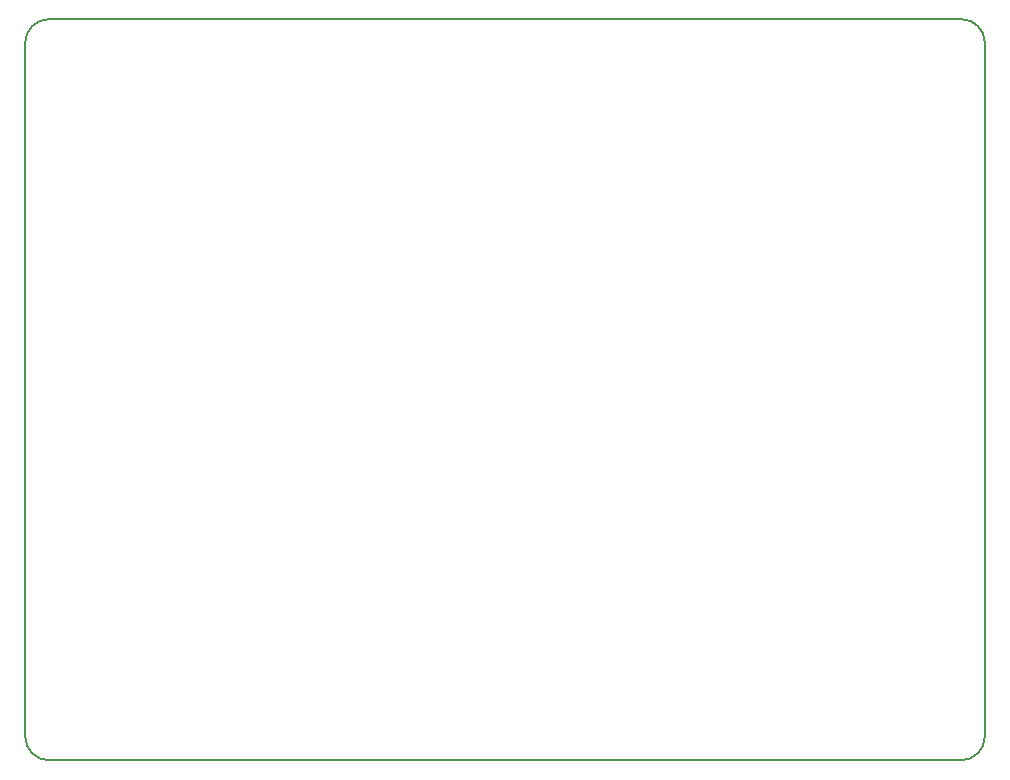
<source format=gbr>
%TF.GenerationSoftware,KiCad,Pcbnew,9.0.1*%
%TF.CreationDate,2025-05-28T15:02:46+10:00*%
%TF.ProjectId,macroCAD,6d616372-6f43-4414-942e-6b696361645f,rev?*%
%TF.SameCoordinates,Original*%
%TF.FileFunction,Profile,NP*%
%FSLAX46Y46*%
G04 Gerber Fmt 4.6, Leading zero omitted, Abs format (unit mm)*
G04 Created by KiCad (PCBNEW 9.0.1) date 2025-05-28 15:02:46*
%MOMM*%
%LPD*%
G01*
G04 APERTURE LIST*
%TA.AperFunction,Profile*%
%ADD10C,0.200000*%
%TD*%
G04 APERTURE END LIST*
D10*
X148500000Y-19750000D02*
G75*
G02*
X150500000Y-21750000I0J-2000000D01*
G01*
X71250000Y-82500000D02*
G75*
G02*
X69250000Y-80500000I0J2000000D01*
G01*
X71250000Y-82500000D02*
X148500000Y-82500000D01*
X150500000Y-80500000D02*
G75*
G02*
X148500000Y-82500000I-2000000J0D01*
G01*
X71250000Y-19750000D02*
X148500000Y-19750000D01*
X69250000Y-21750000D02*
G75*
G02*
X71250000Y-19750000I2000000J0D01*
G01*
X69250000Y-80500000D02*
X69250000Y-21750000D01*
X150500000Y-21750000D02*
X150500000Y-80500000D01*
M02*

</source>
